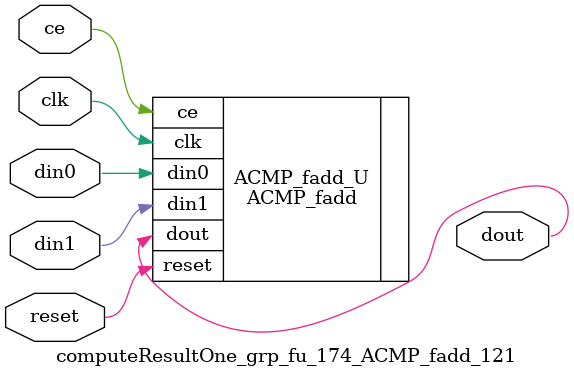
<source format=v>

`timescale 1 ns / 1 ps
module computeResultOne_grp_fu_174_ACMP_fadd_121(
    clk,
    reset,
    ce,
    din0,
    din1,
    dout);

parameter ID = 32'd1;
parameter NUM_STAGE = 32'd1;
parameter din0_WIDTH = 32'd1;
parameter din1_WIDTH = 32'd1;
parameter dout_WIDTH = 32'd1;
input clk;
input reset;
input ce;
input[din0_WIDTH - 1:0] din0;
input[din1_WIDTH - 1:0] din1;
output[dout_WIDTH - 1:0] dout;



ACMP_fadd #(
.ID( ID ),
.NUM_STAGE( 4 ),
.din0_WIDTH( din0_WIDTH ),
.din1_WIDTH( din1_WIDTH ),
.dout_WIDTH( dout_WIDTH ))
ACMP_fadd_U(
    .clk( clk ),
    .reset( reset ),
    .ce( ce ),
    .din0( din0 ),
    .din1( din1 ),
    .dout( dout ));

endmodule

</source>
